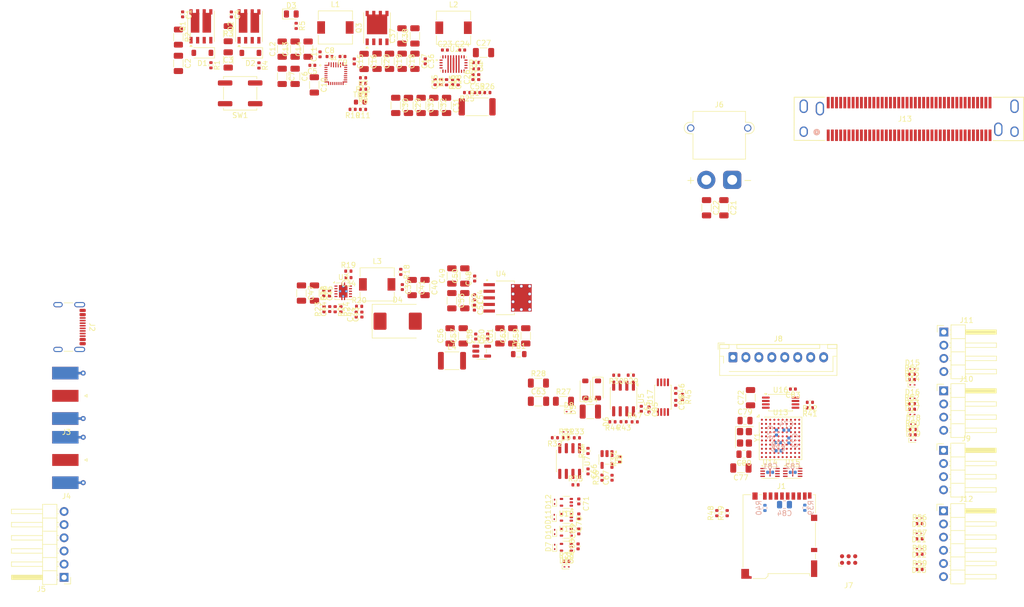
<source format=kicad_pcb>
(kicad_pcb (version 20241229) (generator "pcbnew") (generator_version "9.0")
  (layers (0 "F.Cu" signal) (2 "B.Cu" signal) (13 "F.Paste" user) (15 "B.Paste" user) (5 "F.SilkS" user "F.Silkscreen") (7 "B.SilkS" user "B.Silkscreen") (1 "F.Mask" user) (3 "B.Mask" user) (25 "Edge.Cuts" user))
  (net 0 "")
  (net 1 "GND")
  (net 2 "VBUS_USBC")
  (net 3 "Net-(C2-Pad1)")
  (net 4 "Net-(C3-Pad1)")
  (net 5 "/Power supply/VBUS2")
  (net 6 "VBUS")
  (net 7 "Net-(U1-BTST1)")
  (net 8 "Net-(U1-SW1)")
  (net 9 "Net-(U1-BTST2)")
  (net 10 "Net-(U1-SW2)")
  (net 11 "Net-(U1-REGN)")
  (net 12 "Net-(U1-PMID)")
  (net 13 "VPP")
  (net 14 "+BATT")
  (net 15 "Net-(U2-BOOT1)")
  (net 16 "Net-(U2-SW1)")
  (net 17 "Net-(U2-BOOT2)")
  (net 18 "Net-(U2-SW2)")
  (net 19 "Net-(C25-Pad2)")
  (net 20 "Net-(U2-COMP)")
  (net 21 "VCC")
  (net 22 "Net-(U2-VOUT)")
  (net 23 "Net-(D4-K)")
  (net 24 "Net-(U3-BOOT)")
  (net 25 "Net-(U2-DITH{slash}SYNC)")
  (net 26 "+3.3VP")
  (net 27 "Net-(U3-COMP)")
  (net 28 "Net-(C43-Pad2)")
  (net 29 "Net-(U3-SS{slash}TR)")
  (net 30 "Net-(U4-NR{slash}FB)")
  (net 31 "/Power supply/VOUT")
  (net 32 "Net-(U6-IN)")
  (net 33 "VAA")
  (net 34 "Net-(U6-OUT)")
  (net 35 "FB_IN")
  (net 36 "Net-(C63-Pad2)")
  (net 37 "Net-(D5-K)")
  (net 38 "ISENSE_1")
  (net 39 "Net-(U13-PF0)")
  (net 40 "Net-(U13-PF1)")
  (net 41 "Net-(U17-+)")
  (net 42 "Net-(C86-Pad1)")
  (net 43 "Net-(D1-A)")
  (net 44 "Net-(D1-K)")
  (net 45 "Net-(D2-K)")
  (net 46 "Net-(D2-A)")
  (net 47 "Net-(D3-K)")
  (net 48 "Net-(D3-A)")
  (net 49 "Net-(D5-A)")
  (net 50 "OCD_IN")
  (net 51 "ISENSE_2")
  (net 52 "ISENSE_3")
  (net 53 "ISENSE_4")
  (net 54 "VSENSE_IN")
  (net 55 "OUT_SYNC_3-")
  (net 56 "SD_SS")
  (net 57 "Net-(J1-DAT1)")
  (net 58 "Net-(J1-DAT2)")
  (net 59 "SD_MOSI")
  (net 60 "SD_CARD_DETECT")
  (net 61 "SD_MISO")
  (net 62 "SD_SCK")
  (net 63 "BAT")
  (net 64 "Net-(Q3-G)")
  (net 65 "Net-(U1-ACDRV1)")
  (net 66 "Net-(U1-ACDRV2)")
  (net 67 "/Power supply/VOUT_ENABLE")
  (net 68 "Net-(U1-PROG)")
  (net 69 "Net-(U1-ILIM_HIZ)")
  (net 70 "Net-(U1-TS)")
  (net 71 "Net-(U1-BATP)")
  (net 72 "Net-(U2-CDC)")
  (net 73 "{slash}INT")
  (net 74 "Net-(U2-FSW)")
  (net 75 "Net-(U3-VSENSE)")
  (net 76 "Net-(U3-RT{slash}CLK)")
  (net 77 "Net-(U3-EN)")
  (net 78 "3V3_BUCK_PWR_GOOD")
  (net 79 "ISP")
  (net 80 "ISN")
  (net 81 "Net-(U5A--)")
  (net 82 "Net-(U7A--)")
  (net 83 "Net-(U7B-+)")
  (net 84 "Net-(R33-Pad2)")
  (net 85 "Net-(U8-+)")
  (net 86 "Net-(U7B--)")
  (net 87 "Net-(U8--)")
  (net 88 "/Analog preprocess/FB_OCD_RECTIFIED")
  (net 89 "OUT_SYNC_3+")
  (net 90 "OUT_SYNC_2+")
  (net 91 "Net-(R43-Pad1)")
  (net 92 "Net-(U5B--)")
  (net 93 "/Analog preprocess/FB_OUT")
  (net 94 "OUT_SYNC_2-")
  (net 95 "OUT_SYNC_1+")
  (net 96 "SCL")
  (net 98 "Net-(SW1-B)")
  (net 100 "/Analog preprocess/FB_SYNC_PADDING_V")
  (net 102 "/Analog preprocess/ISENSE_1_OUT")
  (net 103 "/Analog preprocess/ISENSE_2_OUT")
  (net 104 "/Analog preprocess/ISENSE_3_OUT")
  (net 105 "/Analog preprocess/ISENSE_4_OUT")
  (net 109 "/Controller/SWDIO")
  (net 110 "OUT_SYNC_1-")
  (net 111 "OUT1")
  (net 115 "OUT2")
  (net 116 "QSPI_BK1_IO1")
  (net 117 "OUT3")
  (net 119 "/Controller/OUT_SYNC_3-")
  (net 122 "QSPI_BK2_IO2")
  (net 125 "/Controller/LCD_SCK")
  (net 127 "OUT4")
  (net 128 "QSPI_BK2_IO3")
  (net 130 "USB_DM")
  (net 131 "CC2")
  (net 132 "USB_DP")
  (net 133 "QSPI_CLK")
  (net 135 "QSPI_BK1_IO3")
  (net 137 "/Controller/LCD_SS")
  (net 138 "CC1")
  (net 143 "/Controller/OUT_1")
  (net 144 "/Controller/DAC_CH2")
  (net 147 "/Controller/SWCLK")
  (net 151 "/Controller/LCD_DC")
  (net 155 "/Controller/OUT_SYNC_2-")
  (net 157 "/Controller/LCD_BL")
  (net 158 "QSPI_BK1_IO0")
  (net 159 "/Controller/LCD_MOSI")
  (net 161 "/Controller/OUT_SYNC_3+")
  (net 162 "/Controller/LCD_MISO")
  (net 163 "QSPI_NCS")
  (net 164 "/Controller/OUT_SYNC_1-")
  (net 165 "QSPI_BK2_IO1")
  (net 167 "QSPI_BK1_IO2")
  (net 168 "/Controller/OUT_3")
  (net 169 "/Controller/OUT_SYNC_2+")
  (net 170 "/Controller/LCD_RST")
  (net 172 "/Controller/OUT_4")
  (net 173 "/Controller/OUT_2")
  (net 177 "/Controller/OUT_SYNC_1+")
  (net 178 "MCO")
  (net 180 "QSPI_BK2_IO0")
  (net 181 "I2C_EXT_SDA")
  (net 183 "CTRL_TX")
  (net 184 "I2C_EXT_SCL")
  (net 185 "CTRL_RX")
  (net 187 "SDA")
  (footprint "Capacitor_SMD:C_1206_3216Metric" (layer "F.Cu") (at 85.9275 86.125 90)
    (property "Reference" "C57")
    (property "Value" "47uF")
  )
  (footprint "Connector_PinHeader_2.54mm:PinHeader_1x04_P2.54mm_Horizontal" (layer "F.Cu") (at 178.555 108.204)
    (property "Reference" "J9")
    (property "Value" "Conn_01x04_Socket")
  )
  (footprint "TPS55289RYQR:VREG_TPS55289RYQR" (layer "F.Cu") (at 84.057 33.7108)
    (property "Reference" "U2")
    (property "Value" "TPS55289RYQR")
  )
  (footprint "Capacitor_SMD:C_0402_1005Metric" (layer "F.Cu") (at 62.6495 32.2608 180)
    (property "Reference" "C9")
    (property "Value" "47nF")
  )
  (footprint "Capacitor_SMD:C_0805_2012Metric" (layer "F.Cu") (at 140.064 108.9532 180)
    (property "Reference" "C80")
    (property "Value" "C")
  )
  (footprint "Capacitor_SMD:C_1206_3216Metric" (layer "F.Cu") (at 80.267 41.6858 -90)
    (property "Reference" "C32")
    (property "Value" "10uF")
  )
  (footprint "Resistor_SMD:R_0603_1608Metric" (layer "F.Cu") (at 66.072 41.0508)
    (property "Reference" "TH1")
    (property "Value" "Thermistor_NTC")
  )
  (footprint "Diode_SMD:D_SOD-123" (layer "F.Cu") (at 44.892 31.5658 180)
    (property "Reference" "D2")
    (property "Value" "D_Schottky")
  )
  (footprint "Capacitor_SMD:C_1206_3216Metric" (layer "F.Cu") (at 132.85 61.425 -90)
    (property "Reference" "C22")
    (property "Value" "10uF")
  )
  (footprint "TPS73733DCQR:IC_TPS73733DCQR" (layer "F.Cu") (at 94.0375 78.8)
    (property "Reference" "U4")
    (property "Value" "TPS73733DCQR")
  )
  (footprint "Diode_SMD:D_SOD-923" (layer "F.Cu") (at 172.6994 103.1494)
    (property "Reference" "D18")
    (property "Value" "ESD9B3.3ST5G")
  )
  (footprint "Capacitor_SMD:C_1206_3216Metric" (layer "F.Cu") (at 40.6089 32.9262 -90)
    (property "Reference" "C3")
    (property "Value" "2.2uF")
  )
  (footprint "Package_TO_SOT_SMD:SOT-23-5" (layer "F.Cu") (at 89.4975 89.075)
    (property "Reference" "U6")
    (property "Value" "LP5907MFX-3.3")
  )
  (footprint "Capacitor_SMD:C_1206_3216Metric" (layer "F.Cu") (at 54.7375 77.875 -90)
    (property "Reference" "C47")
    (property "Value" "47uF")
  )
  (footprint "Resistor_SMD:R_0402_1005Metric" (layer "F.Cu") (at 107.847 105.7832)
    (property "Reference" "R33")
    (property "Value" "10K")
  )
  (footprint "Connector_PinHeader_2.54mm:PinHeader_1x04_P2.54mm_Horizontal" (layer "F.Cu") (at 178.6058 85.3948)
    (property "Reference" "J11")
    (property "Value" "Conn_01x04_Socket")
  )
  (footprint "Diode_SMD:D_SOD-923" (layer "F.Cu") (at 105.697 104.6532 180)
    (property "Reference" "D9")
    (property "Value" "ESD9B3.3ST5G")
  )
  (footprint "Inductor_SMD:L_6.3x6.3_H3" (layer "F.Cu") (at 84.067 26.7108)
    (property "Reference" "L2")
    (property "Value" "4.7uH")
  )
  (footprint "Capacitor_SMD:C_0402_1005Metric" (layer "F.Cu") (at 85.737 31.0108)
    (property "Reference" "C24")
    (property "Value" "100nF")
  )
  (footprint "Resistor_SMD:R_0402_1005Metric" (layer "F.Cu") (at 88.427 33.4108 180)
    (property "Reference" "R13")
    (property "Value" "150K")
  )
  (footprint "Resistor_SMD:R_0402_1005Metric" (layer "F.Cu") (at 172.453 99.2198)
    (property "Reference" "R52")
    (property "Value" "R")
  )
  (footprint "ul_FX18-80P-0-8SV10:CONN_FX18-80P_HIR" (layer "F.Cu") (at 171.8743 44.300839)
    (property "Reference" "J13")
    (property "Value" "Conn_02x40_Top_Bottom")
  )
  (footprint "Capacitor_SMD:C_1210_3225Metric" (layer "F.Cu") (at 110.442 100.7332)
    (property "Reference" "C64")
    (property "Value" "10uF")
  )
  (footprint "Resistor_SMD:R_0402_1005Metric" (layer "F.Cu") (at 118.25 93.71 180)
    (property "Reference" "R29")
    (property "Value" "10K")
  )
  (footprint "Package_SO:PowerPAK_SO-8_Dual" (layer "F.Cu") (at 44.612 26.4558 90)
    (property "Reference" "Q2")
    (property "Value" "FDMC8032L")
  )
  (footprint "Resistor_SMD:R_0402_1005Metric" (layer "F.Cu") (at 173.921 131.1656)
    (property "Reference" "R59")
    (property "Value" "R")
  )
  (footprint "Capacitor_SMD:C_1206_3216Metric" (layer "F.Cu") (at 76.0875 76.815 -90)
    (property "Reference" "C41")
    (property "Value" "47uF")
  )
  (footprint "Resistor_SMD:R_1206_3216Metric" (layer "F.Cu") (at 40.6089 27.8627 -90)
    (property "Reference" "R3")
    (property "Value" "2R")
  )
  (footprint "Resistor_SMD:R_0402_1005Metric" (layer "F.Cu") (at 73.8875 73.79 -90)
    (property "Reference" "R18")
    (property "Value" "37.4K")
  )
  (footprint "Capacitor_SMD:C_1206_3216Metric" (layer "F.Cu") (at 77.817 41.6858 -90)
    (property "Reference" "C33")
    (property "Value" "10uF")
  )
  (footprint "Capacitor_SMD:C_0402_1005Metric" (layer "F.Cu") (at 88.637 39.2108)
    (property "Reference" "C55")
    (property "Value" "220nF")
  )
  (footprint "Capacitor_SMD:C_1206_3216Metric" (layer "F.Cu") (at 92.9975 86.125 90)
    (property "Reference" "C61")
    (property "Value" "47uF")
  )
  (footprint "Diode_SMD:D_SOD-923" (layer "F.Cu") (at 172.547 98.171)
    (property "Reference" "D16")
    (property "Value" "ESD9B3.3ST5G")
  )
  (footprint "Package_SON:Winbond_USON-8-1EP_3x2mm_P0.5mm_EP0.2x1.6mm" (layer "F.Cu") (at 145.094 112.4607)
    (property "Reference" "U14")
    (property "Value" "APS6404L-SQRx-ZR")
  )
  (footprint "Capacitor_SMD:C_0402_1005Metric" (layer "F.Cu") (at 88.1375 75.07 90)
    (property "Reference" "C48")
    (property "Value" "100nF")
  )
  (footprint "Resistor_SMD:R_0402_1005Metric" (layer "F.Cu") (at 172.6094 104.1768)
    (property "Reference" "R50")
    (property "Value" "R")
  )
  (footprint "Capacitor_SMD:C_1206_3216Metric" (layer "F.Cu") (at 56.017 30.8358 90)
    (property "Reference" "C14")
    (property "Value" "10uF")
  )
  (footprint "Resistor_SMD:R_0402_1005Metric" (layer "F.Cu") (at 64.607 42.4508 180)
    (property "Reference" "R10")
    (property "Value" "5.24K")
  )
  (footprint "Capacitor_SMD:C_1206_3216Metric" (layer "F.Cu") (at 83.7375 74.575 90)
    (property "Reference" "C49")
    (property "Value" "47uF")
  )
  (footprint "Capacitor_SMD:C_0402_1005Metric" (layer "F.Cu") (at 88.917 36.2308 90)
    (property "Reference" "C25")
    (property "Value" "4.7nF")
  )
  (footprint "Capacitor_SMD:C_1206_3216Metric" (layer "F.Cu") (at 136.2 61.425 -90)
    (property "Reference" "C21")
    (property "Value" "10uF")
  )
  (footprint "Resistor_SMD:R_0402_1005Metric" (layer "F.Cu") (at 63.7775 73.65)
    (property "Reference" "R19")
    (property "Value" "10K")
  )
  (footprint "Connector_AMASS:AMASS_XT30PW-M_1x02_P2.50mm_Horizontal" (layer "F.Cu") (at 137.8 56.05)
    (property "Reference" "J6")
    (property "Value" "Conn_01x02_Socket")
  )
  (footprint "Package_SO:TSSOP-8_4.4x3mm_P0.65mm" (layer "F.Cu") (at 147.1365 99.0082)
    (property "Reference" "U16")
    (property "Value" "AT24CS32-XHM")
  )
  (footprint "Resistor_SMD:R_0402_1005Metric" (layer "F.Cu") (at 152.779 99.9932 180)
    (property "Reference" "R41")
    (property "Value" "10k")
  )
  (footprint "Capacitor_SMD:C_0402_1005Metric" (layer "F.Cu") (at 108.207 123.8332 90)
    (property "Reference" "C69")
    (property "Value" "100nF")
  )
  (footprint "Capacitor_SMD:C_0402_1005Metric" (layer "F.Cu") (at 108.217 118.0532 90)
    (property "Reference" "C71")
    (property "Value" "100nF")
  )
  (footprint "Diode_SMD:D_SOD-923" (layer "F.Cu") (at 103.547 118.1232 90)
    (property "Reference" "D12")
    (property "Value" "ESD9B3.3ST5G")
  )
  (footprint "Capacitor_SMD:C_0402_1005Metric" (layer "F.Cu") (at 66.3875 82.02 90)
    (property "Reference" "C43")
    (property "Value" "5.6nF")
  )
  (footprint "Package_SO:TSSOP-8_4.4x3mm_P0.65mm" (layer "F.Cu") (at 124.435 97.9525 90)
    (property "Reference" "U17")
    (property "Value" "TL3116")
  )
  (footprint "Capacitor_SMD:C_1206_3216Metric" (layer "F.Cu") (at 83.3975 86.125 90)
    (property "Reference" "C56")
    (property "Value" "47uF")
  )
  (footprint "Resistor_SMD:R_0402_1005Metric" (layer "F.Cu") (at 37.2815 33.942 -90)
    (property "Reference" "R1")
    (property "Value" "10R")
  )
  (footprint "Diode_SMD:D_SOD-923" (layer "F.Cu") (at 172.547 101.2952)
    (property "Reference" "D17")
    (property "Value" "ESD9B3.3ST5G")
  )
  (footprint "Capacitor_SMD:C_1206_3216Metric" (layer "F.Cu") (at 57.2475 77.875 -90)
    (property "Reference" "C46")
    (property "Value" "47uF")
  )
  (footprint "Capacitor_SMD:C_1206_3216Metric" (layer "F.Cu") (at 74.117 28.2858 90)
    (property "Reference" "C37")
    (property "Value" "10uF")
  )
  (footprint "Capacitor_SMD:C_1206_3216Metric" (layer "F.Cu") (at 51.017 36.0858 -90)
    (property "Reference" "C7")
    (property "Value" "10uF")
  )
  (footprint "Diode_SMD:D_SOD-123" (layer "F.Cu") (at 111.917 96.4632 -90)
    (property "Reference" "D6")
    (property "Value" "D_Schottky")
  )
  (footprint "Resistor_SMD:R_0402_1005Metric" (layer "F.Cu") (at 84.9573 37.2226 90)
    (property "Reference" "R15")
    (property "Value" "10K")
  )
  (footprint "Diode_SMD:D_SOD-123" (layer "F.Cu") (at 109.472 96.4632 90)
    (property "Reference" "D5")
    (property "Value" "D_Schottky")
  )
  (footprint "Button_Switch_SMD:SW_Push_1P1T_NO_CK_KSC6xxJ" (layer "F.Cu") (at 42.917 39.3608)
    (property "Reference" "SW1")
    (property "Value" "SW_SPST")
  )
  (footprint "Package_BGA:TFBGA-100_8x8mm_Layout10x10_P0.8mm" (layer "F.Cu") (at 147.124 105.9032)
    (property "Reference" "U13")
    (property "Value" "STM32G474VEHx")
  )
  (footprint "Package_TO_SOT_SMD:SOT-353_SC-70-5" (layer "F.Cu") (at 105.827 123.9932 180)
    (property "Reference" "U10")
    (property "Value" "INA280A1xDCK")
  )
  (footprint "Diode_SMD:D_SOD-923" (layer "F.Cu") (at 105.867 130.6732)
    (property "Reference" "D13")
    (property "Value" "ESD9B3.3ST5G")
  )
  (footprint "Connector_PinHeader_2.54mm:PinHeader_1x06_P2.54mm_Horizontal" (layer "F.Cu") (at 8.9662 132.6896 180)
    (property "Reference" "J5")
    (property "Value" "Conn_01x06_Socket")
  )
  (footprint "Connector_Coaxial:SMA_Molex_73251-1153_EdgeMount_Horizontal" (layer "F.Cu") (at 10.9212 97.6896)
    (property "Reference" "J3")
    (property "Value" "Conn_Coaxial_Small")
  )
  (footprint "Resistor_SMD:R_0402_1005Metric" (layer "F.Cu") (at 109.987 108.3132 90)
    (property "Reference" "R34")
    (property "Value" "100K")
  )
  (footprint "Resistor_SMD:R_1206_3216Metric" (layer "F.Cu") (at 100.4295 95.2332)
    (property "Reference" "R28")
    (property "Value" "100K")
  )
  (footprint "Capacitor_SMD:C_1206_3216Metric" (layer "F.Cu") (at 75.367 41.6858 -90)
    (property "Reference" "C29")
    (property "Value" "10uF")
  )
  (footprint "Inductor_SMD:L_6.3x6.3_H3" (layer "F.Cu") (at 61.2795 26.6608)
    (property "Reference" "L1")
    (property "Value" "1uH")
  )
  (footprint "Resistor_SMD:R_0402_1005Metric" (layer "F.Cu") (at 88.407 34.6508)
    (property "Reference" "R14")
    (property "Value" "27.4K")
  )
  (footprint "Resistor_SMD:R_0402_1005Metric" (layer "F.Cu") (at 107.587 114.8532)
    (property "Reference" "R35")
    (property "Value" "100K")
  )
  (footprint "Capacitor_SMD:C_1206_3216Metric" (layer "F.Cu") (at 66.817 33.2108 -90)
    (property "Reference" "C16")
    (property "Value" "10uF")
  )
  (footprint "Resistor_SMD:R_0402_1005Metric" (layer "F.Cu") (at 128.2 97.91 -90)
    (property "Reference" "R45")
    (property "Value" "100K")
  )
  (footprint "Capacitor_SMD:C_1206_3216Metric" (layer "F.Cu") (at 141.329 98.0482 90)
    (property "Reference" "C72")
    (property "Value" "10uF")
  )
  (footprint "Resistor_SMD:R_0402_1005Metric" (layer "F.Cu") (at 46.542 33.9758 -90)
    (property "Reference" "R4")
    (property "Value" "10R")
  )
  (footprint "Connector_USB:USB_C_Receptacle_GCT_USB4105-xx-A_16P_TopMnt_Horizontal" (layer "F.Cu") (at 8.8666 84.4274 -90)
    (property "Reference" "J2")
    (property "Value" "USB_C_Receptacle_USB2.0_14P")
  )
  (footprint "Resistor_SMD:R_0402_1005Metric" (layer "F.Cu") (at 66.627 39.6608 180)
    (property "Reference" "R8")
    (property "Value" "127K")
  )
  (footprint "Resistor_SMD:R_0402_1005Metric" (layer "F.Cu") (at 60.1375 77.94 90)
    (property "Reference" "R22")
    (property "Value" "332K")
  )
  (footprint "Diode_SMD:D_SOD-923" (layer "F.Cu") (at 103.557 123.9432 90)
    (property "Reference" "D10")
    (property "Value" "ESD9B3.3ST5G")
  )
  (footprint "Capacitor_SMD:C_0402_1005Metric" (layer "F.Cu") (at 114.627 113.4832 90)
    (property "Reference" "C67")
    (property "Value" "100nF")
  )
  (footprint "Resistor_SMD:R_0402_1005Metric" (layer "F.Cu") (at 62.3375 80.99 -90)
    (property "Reference" "R24")
    (property "Value" "10K")
  )
  (footprint "Capacitor_SMD:C_0402_1005Metric" (layer "F.Cu") (at 65.2975 82.02 90)
    (property "Reference" "C42")
    (property "Value" "33pF")
  )
  (footprint "Package_SO:SOIC-8_3.9x4.9mm_P1.27mm" (layer "F.Cu") (at 106.452 110.2682 -90)
    (property "Reference" "U7")
    (property "Value" "OPA2356xxDGK")
  )
  (footprint "Capacitor_SMD:C_0402_1005Metric" (layer "F.Cu") (at 74.1875 76.72 -90)
    (property "Reference" "C39")
    (property "Value" "100nF")
  )
  (footprint "Package_TO_SOT_SMD:SOT-353_SC-70-5" (layer "F.Cu") (at 105.827 118.2232 180)
    (property "Reference" "U12")
    (property "Value" "INA280A1xDCK")
  )
  (footprint "Capacitor_SMD:C_0402_1005Metric" (layer "F.Cu") (at 88.0875 80.68 -90)
    (property "Reference" "C51")
    (property "Value" "100nF")
  )
  (footprint "Resistor_SMD:R_0402_1005Metric" (layer "F.Cu") (at 126.91 96.72 -90)
    (property "Reference" "R46")
    (property "Value" "470R")
  )
  (footprint "Capacitor_SMD:C_1206_3216Metric" (layer "F.Cu") (at 53.517 30.8358 90)
    (property "Reference" "C13")
    (property "Value" "10uF")
  )
  (footprint "Capacitor_SMD:C_1206_3216Metric" (layer "F.Cu") (at 57.217 37.7358 -90)
    (property "Reference" "C10")
    (property "Value" "4.7uF")
  )
  (footprint "Package_SO:PowerPAK_SO-8_Dual" (layer "F.Cu") (at 35.3515 26.442 90)
    (property "Reference" "Q1")
    (property "Value" "FDMC8032L")
  )
  (footprint "Diode_SMD:D_SOD-923" (layer "F.Cu") (at 173.8251 130.0988 180)
    (property "Reference" "D23")
    (property "Value" "ESD9B3.3ST5G")
  )
  (footprint "Capacitor_SMD:C_0805_2012Metric" (layer "F.Cu") (at 140.264 102.4632)
    (property "Reference" "C79")
    (property "Value" "C")
  )
  (footprint "Inductor_SMD:L_6.3x6.3_H3" (layer "F.Cu") (at 69.3375 76.2)
    (property "Reference" "L3")
    (property "Value" "10uH")
  )
  (footprint "Inductor_SMD:L_0805_2012Metric" (layer "F.Cu") (at 96.6375 89.65)
    (property "Reference" "FB1")
    (property "Value" "FerriteBead")
  )
  (footprint "Capacitor_SMD:C_1206_3216Metric" (layer "F.Cu") (at 69.317 33.1858 -90)
    (property "Reference" "C20")
    (property "Value" "10uF")
  )
  (footprint "Resistor_SMD:R_0402_1005Metric" (layer "F.Cu") (at 90.577 39.2108)
    (property "Reference" "R26")
    (property "Value" "10R")
  )
  (footprint "Resistor_SMD:R_0402_1005Metric" (layer "F.Cu") (at 173.921 122.3156)
    (property "Reference" "R56")
    (property "Value" "R")
  )
  (footprint "Resistor_SMD:R_0402_1005Metric" (layer "F.Cu") (at 61.2375 80.99 -90)
    (property "Reference" "R21")
    (property "Value" "238K")
  )
  (footprint "Capacitor_SMD:C_0402_1005Metric" (layer "F.Cu") (at 121.75 100.33 -90)
    (property "Reference" "C85")
    (property "Value" "100nF")
  )
  (footprint "Connector_PinHeader_2.54mm:PinHeader_1x04_P2.54mm_Horizontal" (layer "F.Cu") (at 178.5804 96.7232)
    (property "Reference" "J10")
    (property "Value" "Conn_01x04_Socket")
  )
  (footprint "Connector:Tag-Connect_TC2030-IDC-FP_2x03_P1.27mm_Vertical" (layer "F.Cu") (at 160.2486 129.2606)
    (property "Reference" "J7")
    (property "Value" "Conn_ARM_SWD_TagConnect_TC2030")
  )
  (footprint "Capacitor_SMD:C_0402_1005Metric" (layer "F.Cu") (at 41.2185 24.1422 -90)
    (property "Reference" "C4")
    (property "Value" "100nF")
  )
  (footprint "Package_SO:SOIC-8_3.9x4.9mm_P1.27mm" (layer "F.Cu") (at 116.845 98.195 -90)
    (property "Reference" "U5")
    (property "Value" "OPA2325")
  )
  (footprint "Resistor_SMD:R_0402_1005Metric" (layer "F.Cu") (at 82.717 37.2208 -90)
    (property "Reference" "R16")
    (property "Value" "49.9K")
  )
  (footprint "Resistor_SMD:R_0402_1005Metric" (layer "F.Cu") (at 66.607 37.4608 180)
    (property "Reference" "R12")
    (property "Value" "100R")
  )
  (footprint "Resistor_SMD:R_0402_1005Metric" (layer "F.Cu") (at 59.0875 80.99 90)
    (property "Reference" "R23")
    (property "Value" "56.2K")
  )
  (footprint "Capacitor_SMD:C_1206_3216Metric" (layer "F.Cu") (at 86.2375 74.575 90)
    (property "Reference" "C50")
    (property "Value" "47uF")
  )
  (footprint "Capacitor_SMD:C_1206_3216Metric" (layer "F.Cu") (at 139.4732 111.6076 180)
    (property "Reference" "C77")
    (property "Value" "10uF")
  )
  (footprint "Capacitor_SMD:C_0402_1005Metric" (layer "F.Cu") (at 90.6475 86.245 90)
    (property "Reference" "C60")
    (property "Value" "100nF")
  )
  (footprint "Resistor_SMD:R_0402_1005Metric" (layer "F.Cu") (at 172.459 93.5228)
    (property "Reference" "R54")
    (property "Value" "R")
  )
  (footprint "Resistor_SMD:R_0402_1005Metric" (layer "F.Cu") (at 105.777 105.7732)
    (property "Reference" "R31")
    (property "Value" "10K")
  )
  (footprint "Capacitor_SMD:C_0402_1005Metric" (layer "F.Cu") (at 60.1495 32.2608)
    (property "Reference" "C8")
    (property "Value" "47nF")
  )
  (footprint "Diode_SMD:D_SOD-123" (layer "F.Cu") (at 35.6315 31.552 180)
    (property "Reference" "D1")
    (property "Value" "D_Schottky")
  )
  (footprint "Diode_SMD:D_SOD-923" (layer "F.Cu") (at 172.547 95.5802)
    (property "Reference" "D14")
    (property "Value" "ESD9B3.3ST5G")
  )
  (footprint "Capacitor_SMD:C_0402_1005Metric" (layer "F.Cu") (at 81.617 37.1908 90)
    (property "Reference" "C35")
    (property "Value" "10nF")
  )
  (footprint "Diode_SMD:D_SOD-923" (layer "F.Cu") (at 173.8214 124.206 180)
    (property "Reference" "D21")
    (property "Value" "ESD9B3.3ST5G")
  )
  (footprint "Diode_SMD:D_SOD-923" (layer "F.Cu") (at 106.287 100.7332)
    (property "Reference" "D8")
    (property "Value" "ESD9B3.3ST5G")
  )
  (footprint "Capacitor_SMD:C_1206_3216Metric" (layer "F.Cu") (at 83.7375 79.345 -90)
    (property "Reference" "C53")
    (property "Value" "47uF")
  )
  (footprint "Package_TO_SOT_SMD:SOT-353_SC-70-5" (layer "F.Cu") (at 105.827 126.8882 180)
    (property "Reference" "U9")
    (property "Value" "INA280A1xDCK")
  )
  (footprint "Resistor_SMD:R_0402_1005Metric" (layer "F.Cu") (at 119 102.71)
    (property "Reference" "R47")
    (property "Value" "10K")
  )
  (footprint "Diode_SMD:D_SOD-923" (layer "F.Cu") (at 173.8586 127.1524 180)
    (property "Reference" "D22")
    (property "Value" "ESD9B3.3ST5G")
  )
  (footprint "Capacitor_SMD:C_1206_3216Metric" (layer "F.Cu") (at 89.842 31.5108)
    (property "Reference" "C27")
    (property "Value" "10uF")
  )
  (footprint "Resistor_SMD:R_0402_1005Metric" (layer "F.Cu") (at 172.6094 105.2068)
    (property "Reference" "R51")
    (property "Value" "R")
  )
  (footprint "Inductor_SMD:L_1812_4532Metric" (layer "F.Cu") (at 83.76 90.925)
    (property "Reference" "L4")
    (property "Value" "L")
  )
  (footprint "Capacitor_SMD:C_1206_3216Metric" (layer "F.Cu") (at 74.167 33.1858 -90)
    (property "Reference" "C18")
    (property "Value" "10uF")
  )
  (footprint "Capacitor_SMD:C_1206_3216Metric" (layer "F.Cu") (at 76.617 28.2858 90)
    (property "Reference" "C38")
    (property "Value" "10uF")
  )
  (footprint "Connector_JST:JST_XH_B8B-XH-AM_1x08_P2.50mm_Vertical" (layer "F.Cu") (at 137.935 90.2546)
    (property "Reference" "J8")
    (property "Value" "Conn_01x08_Socket")
  )
  (footprint "Capacitor_SMD:C_1206_3216Metric" (layer "F.Cu") (at 76.617 33.1858 -90)
    (property "Reference" "C17")
    (property "Value" "10uF")
  )
  (footprint "Resistor_SMD:R_0402_1005Metric" (layer "F.Cu") (at 116.107 109.9232 90)
    (property "Reference" "R37")
    (property "Value" "10K")
  )
  (footprint "Diode_SMD:D_SOD-923" (layer "F.Cu") (at 172.547 92.5068)
    (property "Reference" "D15")
    (property "Value" "ESD9B3.3ST5G")
  )
  (footprint "Resistor_SMD:R_0402_1005Metric" (layer "F.Cu") (at 66.607 42.4608 180)
    (property "Reference" "R11")
    (property "Value" "30.31K")
  )
  (footprint "Resistor_SMD:R_0402_1005Metric" (layer "F.Cu") (at 86.677 39.2108 180)
    (property "Reference" "R25")
    (property "Value" "10R")
  )
  (footprint "Resistor_SMD:R_0402_1005Metric" (layer "F.Cu") (at 173.921 125.2656)
    (property "Reference" "R57")
    (property "Value" "R")
  )
  (footprint "Capacitor_SMD:C_0402_1005Metric" (layer "F.Cu") (at 88.0875 78.68 -90)
    (property "Reference" "C54")
    (property "Value" "100nF")
  )
  (footprint "LED_SMD:LED_0805_2012Metric" (layer "F.Cu") (at 52.7795 24.0608)
    (property "Reference" "D3")
    (property "Value" "LED")
  )
  (footprint "Resistor_SMD:R_2512_6332Metric" (layer "F.Cu") (at 88.6045 41.9608)
    (property "Reference" "R17")
    (property "Value" "R")
  )
  (footprint "Capacitor_SMD:C_1206_3216Metric" (layer "F.Cu") (at 78.5675 76.81 -90)
    (property "Reference" "C40")
    (property "Value" "47uF")
  )
  (footprint "Resistor_SMD:R_0402_1005Metric" (layer "F.Cu") (at 172.4622 100.2866)
    (property "Reference" "R53")
    (property "Value" "R")
  )
  (footprint "Diode_SMD:D_SOD-923" (layer "F.Cu") (at 172.6994 106.2482)
    (property "Reference" "D19")
    (property "Value" "ESD9B3.3ST5G")
  )
  (footprint "Package_SON:Winbond_USON-8-1EP_3x2mm_P0.5mm_EP0.2x1.6mm" (layer "F.Cu") (at 149.464 112.4532)
    (property "Reference" "U15")
    (property "Value" "APS6404L-SQRx-ZR")
  )
  (footprint "Diode_SMD:D_SMC" (layer "F.Cu") (at 73.2875 83.3)
    (property "Reference" "D4")
    (property "Value" "B360")
  )
  (footprint "Resistor_SMD:R_0402_1005Metric" (layer "F.Cu") (at 173.921 128.2156)
    (property "Reference" "R58")
    (property "Value" "R")
  )
  (footprint "Resistor_SMD:R_0402_1005Metric" (layer "F.Cu") (at 172.457 94.5642)
    (property "Reference" "R55")
    (property "Value" "R")
  )
  (footprint "Capacitor_SMD:C_0402_1005Metric" (layer "F.Cu") (at 58.317 31.8408 90)
    (property "Reference" "C11")
    (property "Value" "100nF")
  )
  (footprint "Capacitor_SMD:C_0402_1005Metric" (layer "F.Cu") (at 109.997 112.2632 -90)
    (property "Reference" "C66")
    (property "Value" "100nF")
  )
  (footprint "Diode_SMD:D_SOD-923" (layer "F.Cu") (at 173.8468 121.2596 180)
    (property "Reference" "D20")
    (property "Value" "ESD9B3.3ST5G")
  )
  (footprint "Resistor_SMD:R_1206_3216Metric" (layer "F.Cu") (at 105.2545 98.7332)
    (property "Reference" "R27")
    (property "Value" "1K")
  )
  (footprint "Diode_SMD:D_SOD-923" (layer "F.Cu") (at 103.487 121.0532 90)
    (property "Reference" "D11")
    (property "Value" "ESD9B3.3ST5G")
  )
  (footprint "Package_SO:PowerPAK_SO-8_Single" (layer "F.Cu") (at 69.317 26.7558 90)
    (property "Reference" "Q3")
    (property "Value" "SiR696DP")
  )
  (footprint "Resistor_SMD:R_0402_1005Metric" (layer "F.Cu") (at 134.839 120.3132 90)
    (property "Reference" "R48")
    (property "Value" "10k")
  )
  (footprint "Resistor_SMD:R_1206_3216Metric" (layer "F.Cu") (at 31.0077 28.5191 -90)
    (property "Reference" "R2")
    (property "Value" "2R")
  )
  (footprint "Resistor_SMD:R_0402_1005Metric" (layer "F.Cu") (at 112.707 113.4732 90)
    (property "Reference" "R36")
    (property "Value" "10K")
  )
  (footprint "Capacitor_SMD:C_0402_1005Metric" (layer "F.Cu") (at 78.617 33.1908 -90)
    (property "Reference" "C36")
    (property "Value" "100nF")
  )
  (footprint "Capacitor_SMD:C_0402_1005Metric" (layer "F.Cu") (at 83.867 37.1908 -90)
    (property "Reference" "C28")
    (property "Value" "100nF")
  )
  (footprint "Capacitor_SMD:C_1206_3216Metric" (layer "F.Cu") (at 31.0077 33.5866 -90)
    (property "Reference" "C2")
    (property "Value" "2.2uF")
  )
  (footprint "Capacitor_SMD:C_1206_3216Metric" (layer "F.Cu") (at 82.717 41.6858 -90)
    (property "Reference" "C31")
    (property "Value" "10uF")
  )
  (footprint "Resistor_SMD:R_0402_1005Metric" (layer "F.Cu") (at 114.71 102.7 180)
    (property "Reference" "R44")
    (property "Value" "10K")
  )
  (footprint "Resistor_SMD:R_0402_1005Metric" (layer "F.Cu") (at 66.617 36.3608 180)
    (property "Reference" "R7")
    (property "Value" "6.04K")
  )
  (footprint "Resistor_SMD:R_0402_1005Metric" (layer "F.Cu") (at 66.627 38.5608 180)
    (property "Reference" "R9")
    (property "Value" "100K")
  )
  (footprint "Capacitor_SMD:C_0402_1005Metric" (layer "F.Cu") (at 87.817 36.2308 90)
    (property "Reference" "C26")
    (property "Value" "100pF")
  )
  (footprint "Resistor_SMD:R_0402_1005Metric" (layer "F.Cu") (at 105.827 129.6232)
    (property "Reference" "R38")
    (property "Value" "10K")
  )
  (footprint "Capacitor_SMD:C_1206_3216Metric" (layer "F.Cu") (at 72.917 41.6858 -90)
    (property "Reference" "C30")
    (property "Value" "10uF")
  )
  (footprint "Resistor_SMD:R_0402_1005Metric" (layer "F.Cu") (at 103.607 105.7732 180)
    (property "Reference" "R32")
    (property "Value" "20K")
  )
  (footprint "Capacitor_SMD:C_0402_1005Metric" (layer "F.Cu") (at 60.1875 80.96 90)
    (property "Reference" "C44")
    (property "Value" "10nF")
  )
  (footprint "BQ25792RQMR:QFN40P400X400X100-29N" (layer "F.Cu") (at 61.367 35.5608)
    (property "Reference" "U1")
    (property "Value" "BQ25792RQMR")
  )
  (footprint "Capacitor_SMD:C_1206_3216Metric" (layer "F.Cu") (at 51.017 30.8358 90)
    (property "Reference" "C12")
    (property "Value" "10uF")
  )
  (footprint "Resistor_SMD:R_0402_1005Metric" (layer "F.Cu") (at 115.45 93.72 180)
    (property "Reference" "R30")
    (property "Value" "10K")
  )
  (footprint "Package_TO_SOT_SMD:SOT-353_SC-70-5" (layer "F.Cu") (at 105.827 121.1082 180)
    (property "Reference" "U11")
    (property "Value" "INA280A1xDCK")
  )
  (footprint "Resistor_SMD:R_0402_1005Metric" (layer "F.Cu") (at 53.717 26.3508 -90)
    (property "Reference" "R5")
    (property "Value" "R")
  )
  (footprint "Resistor_SMD:R_0402_1005Metric" (layer "F.Cu") (at 136.829 120.3132 90)
    (property "Reference" "R49")
    (property "Value" "10k")
  )
  (footprint "Capacitor_SMD:C_0402_1005Metric" (layer "F.Cu") (at 64.917 33.2058 -90)
    (property "Reference" "C15")
    (property "Value" "100nF")
  )
  (footprint "Diode_SMD:D_SOD-923" (layer "F.Cu") (at 103.567 126.8232 90)
    (property "Reference" "D7")
    (property "Value" "ESD9B3.3ST5G")
  )
  (footprint "Capacitor_SMD:C_0402_1005Metric" (layer "F.Cu") (at 59.0375 77.935 -90)
    (property "Reference" "C45")
    (property "Value" "100nF")
  )
  (footprint "Capacitor_SMD:C_0402_1005Metric" (layer "F.Cu") (at 82.397 31.0108)
    (property "Reference" "C23")
    (property "Value" "100nF")
  )
  (footprint "Capacitor_SMD:C_0402_1005Metric" (layer "F.Cu") (at 120.27 100.19 -90)
    (property "Reference" "C65")
    (property "Value" "100nF")
  )
  (footprint "Connector_Coaxial:SMA_Molex_73251-1153_EdgeMount_Horizontal" (layer "F.Cu") (at 10.9312 110.0596)
    (property "Reference" "J4")
    (property "Value" "Conn_Coaxial_Small")
  )
  (footprint "Resistor_SMD:R_0402_1005Metric" (layer "F.Cu") (at 80.517 37.2008 -90)
    (property "Reference" "R6")
    (property "Value" "10K")
  )
  (footprint "Capacitor_SMD:C_0402_1005Metric" (layer "F.Cu") (at 88.3475 86.255 90)
    (property "Reference" "C58")
    (property "Value" "100nF")
  )
  (footprint "Resistor_SMD:R_0402_1005Metric" (layer "F.Cu") (at 116.86 102.69 180)
    (property "Reference" "R43")
    (property "Value" "10K")
  )
  (footprint "Capacitor_SMD:C_0402_1005Metric" (layer "F.Cu") (at 56.837 33.9608 180)
    (property "Reference" "C5")
    (property "Value" "100nF")
  )
  (footprint "Connector_PinHeader_2.54mm:PinHeader_1x06_P2.54mm_Horizontal" (layer "F.Cu") (at 178.5458 119.8626)
    (property "Reference" "J12")
    (property "Value" "Conn_01x06")
  )
  (footprint "Package_SON:Texas_DRC0010J_ThermalVias" (layer "F.Cu") (at 62.7875 77.53)
    (property "Reference" "U3")
    (property "Value" "TPS54240DRC")
  )
  (footprint "Capacitor_SMD:C_1206_3216Metric" (layer "F.Cu") (at 71.717 33.1858 -90)
    (property "Reference" "C19")
    (property "Value" "10uF")
  )
  (footprint "Connector_Card:microSD_HC_Hirose_DM3BT-DSF-PEJS" (layer "F.Cu") (at 146.869 124.6432)
    (property "Reference" "J1")
    (property "Value" "Micro_SD_Card_Det2")
  )
  (footprint "Capacitor_SMD:C_1206_3216Metric" (layer "F.Cu") (at 100.442 98.7332)
    (property "Reference" "C63")
    (property "Value" "100nF 100V")
  )
  (footprint "Capacitor_SMD:C_1206_3216Metric" (layer "F.Cu") (at 95.4875 86.125 90)
    (property "Reference" "C62")
    (property "Value" "47uF")
  )
  (footprint "Capacitor_SMD:C_1206_3216Metric" (layer "F.Cu") (at 97.9875 86.125 90)
    (property "Reference" "C59")
    (property "Value" "47uF")
  )
  (footprint "Capacitor_SMD:C_0402_1005Metric" (layer "F.Cu") (at 108.217 120.9332 90)
    (property "Reference" "C70")
    (property "Value" "100nF")
  )
  (footprint "Capacitor_SMD:C_0402_1005Metric" (layer "F.Cu") (at 149.504 96.3832 180)
    (property "Reference" "C83")
    (property "Value" "100nF")
  )
  (footprint "Capacitor_SMD:C_1206_3216Metric" (layer "F.Cu") (at 86.2375 79.345 -90)
    (property "Reference" "C52")
    (property "Value" "47uF")
  )
  (footprint "Resistor_SMD:R_0402_1005Metric" (layer "F.Cu") (at 152.779 98.9432 180)
    (property "Reference" "R42")
    (property "Value" "10k")
  )
  (footprint "Capacitor_SMD:C_0402_1005Metric" (layer "F.Cu") (at 126.91 99.04 -90)
    (property "Reference" "C86")
    (property "Value" "1nF")
  )
  (footprint "Capacitor_SMD:C_0402_1005Metric" (layer "F.Cu") (at 63.8175 74.9 180)
    (property "Reference" "C34")
    (property "Value" "100nF")
  )
  (footprint "Capacitor_SMD:C_0402_1005Metric" (layer "F.Cu") (at 31.8238 24.1284 -90)
    (property "Reference" "C1")
    (property "Value" "100nF")
  )
  (footprint "Capacitor_SMD:C_1206_3216Metric" (layer "F.Cu") (at 53.517 36.0858 -90)
    (property "Reference" "C6")
    (property "Value" "10uF")
  )
  (footprint "Crystal:Crystal_SMD_3225-4Pin_3.2x2.5mm" (layer "F.Cu") (at 140.164 105.6932 -90)
    (property "Reference" "Y1")
    (property "Value" "16Mhz")
  )
  (footprint "Capacitor_SMD:C_0402_1005Metric" (layer "F.Cu") (at 108.077 126.7232 90)
    (property "Reference" "C68")
    (property "Value" "100nF")
  )
  (footprint "Resistor_SMD:R_0402_1005Metric" (layer "F.Cu") (at 65.8575 80.43)
    (property "Reference" "R20")
    (property "Value" "20K")
  )
  (footprint "Package_TO_SOT_SMD:SOT-23-5" (layer "F.Cu") (at 113.657 109.9657 -90)
    (property "Reference" "U8")
    (property "Value" "OPA356xxDBV")
  )
  (footprint "Capacitor_SMD:C_0402_1005Metric" (layer "B.Cu") (at 146.7358 108.2802 180)
    (property "Reference" "C78")
    (property "Value" "100nF")
  )
  (footprint "Capacitor_SMD:C_0402_1005Metric" (layer "B.Cu") (at 148.729 106.3032 90)
    (property "Reference" "C73")
    (property "Value" "100nF")
  )
  (footprint "Capacitor_SMD:C_0402_1005Metric" (layer "B.Cu") (at 146.329 104.7732 -90)
    (property "Reference" "C76")
    (property "Value" "100nF")
  )
  (footprint "Resistor_SMD:R_0402_1005Metric" (layer "B.Cu") (at 144.109 119.3032 -90)
    (property "Reference" "R40")
    (property "Value" "10k")
  )
  (footprint "Capacitor_SMD:C_0402_1005Metric" (layer "B.Cu") (at 145.114 112.4332 180)
    (property "Reference" "C81")
    (property "Value" "100nF")
  )
  (footprint "Capacitor_SMD:C_0805_2012Metric" (layer "B.Cu") (at 147.879 118.6732)
    (property "Reference" "C84")
    (property "Value" "100nF")
  )
  (footprint "Capacitor_SMD:C_0402_1005Metric" (layer "B.Cu") (at 146.639 106.7132)
    (property "Reference" "C75")
    (property "Value" "100nF")
  )
  (footprint "Capacitor_SMD:C_0402_1005Metric" (layer "B.Cu") (at 149.474 112.4432 180)
    (property "Reference" "C82")
    (property "Value" "100nF")
  )
  (footprint "Capacitor_SMD:C_0402_1005Metric" (layer "B.Cu") (at 148.239 104.3032 180)
    (property "Reference" "C74")
    (property "Value" "100nF")
  )
  (footprint "Resistor_SMD:R_0402_1005Metric" (layer "B.Cu") (at 151.799 119.2732 90)
    (property "Reference" "R39")
    (property "Value" "10k")
  )
  (segment (start 148.324 106.3032) (end 148.329 106.3032) (width 0.2) (layer "F.Cu") (net 21))
)
</source>
